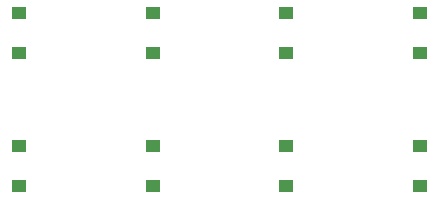
<source format=gbp>
G04 Layer: BottomPasteMaskLayer*
G04 EasyEDA v6.5.29, 2023-07-18 10:20:05*
G04 5756727701dd48799c60270c1c1368c4,5a6b42c53f6a479593ecc07194224c93,10*
G04 Gerber Generator version 0.2*
G04 Scale: 100 percent, Rotated: No, Reflected: No *
G04 Dimensions in millimeters *
G04 leading zeros omitted , absolute positions ,4 integer and 5 decimal *
%FSLAX45Y45*%
%MOMM*%

%AMMACRO1*21,1,$1,$2,0,0,$3*%
%ADD10MACRO1,0.95X1.15X90.0000*%

%LPD*%
D10*
G01*
X-88900Y59359D03*
G01*
X-88900Y397840D03*
G01*
X1041397Y59359D03*
G01*
X1041397Y397840D03*
G01*
X2171694Y59359D03*
G01*
X2171694Y397840D03*
G01*
X3301992Y59359D03*
G01*
X3301992Y397840D03*
G01*
X-88900Y-1070937D03*
G01*
X-88900Y-732457D03*
G01*
X1041397Y-1070937D03*
G01*
X1041397Y-732457D03*
G01*
X2171694Y-1070937D03*
G01*
X2171694Y-732457D03*
G01*
X3301992Y-1070937D03*
G01*
X3301992Y-732457D03*
M02*

</source>
